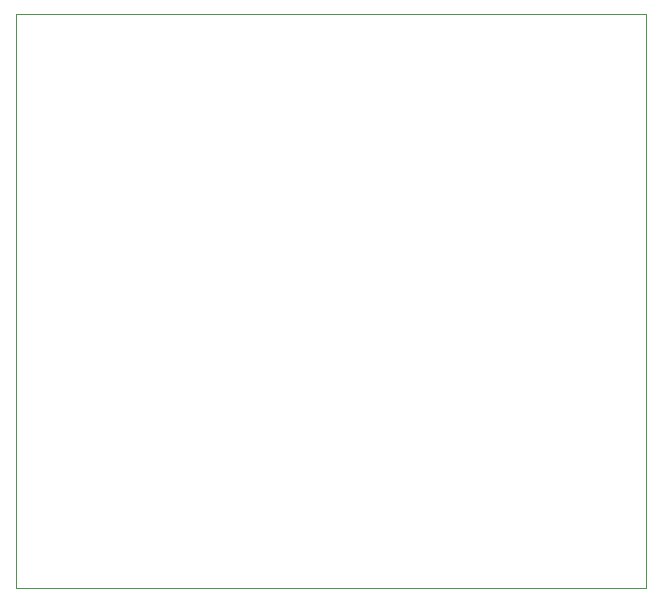
<source format=gbr>
G04 (created by PCBNEW (2013-07-07 BZR 4022)-stable) date 2015-10-06 15:27:07*
%MOIN*%
G04 Gerber Fmt 3.4, Leading zero omitted, Abs format*
%FSLAX34Y34*%
G01*
G70*
G90*
G04 APERTURE LIST*
%ADD10C,0.00393701*%
G04 APERTURE END LIST*
G54D10*
X21000Y-25D02*
X21000Y-3700D01*
X25Y-25D02*
X21000Y-25D01*
X25Y-3700D02*
X25Y-25D01*
X25Y-19150D02*
X25Y-3700D01*
X21000Y-19150D02*
X25Y-19150D01*
X21000Y-3700D02*
X21000Y-19150D01*
M02*

</source>
